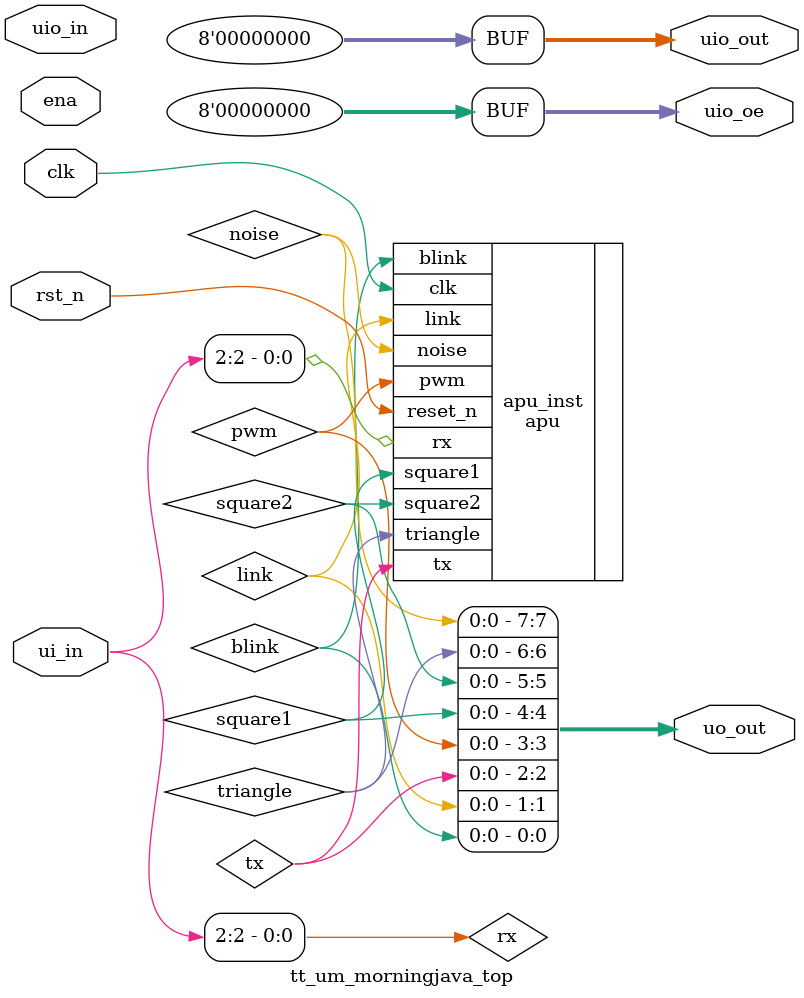
<source format=v>

`default_nettype none

module tt_um_morningjava_top (
  input  wire       clk,      // System clock, 1.789773 MHz clock (NTSC 3.579545/2)
  /* verilator lint_off UNUSEDSIGNAL */
  input  wire       rst_n,    // Active-low asynchronous reset
  input  wire       ena,      // (unused) Active-high design is selected
  input  wire [7:0] uio_in,   // (unused) Bidirectional input
  /* verilator lint_on UNUSEDSIGNAL */
  input  wire [7:0] ui_in,    // Dedicated inputs
  output wire [7:0] uo_out,   // Dedicated outputs
  output wire [7:0] uio_out,  // (unused) Bidirectional output
  output wire [7:0] uio_oe    // (unused) Bidirectional enable (active-high: 0=input, 1=output)
);

  wire blink;
  wire link;
  wire noise;
  wire square1;
  wire square2;
  wire pwm;
  wire triangle;
  wire tx;
  wire rx = ui_in[2];  // UART RX

  assign uo_out[0] = blink;     // 1 Hz blink
  assign uo_out[1] = link;      // RX activity status
  assign uo_out[2] = tx;        // UART TX, serial loop-back to host
  assign uo_out[3] = pwm;       // Merged PWM audio output
  assign uo_out[4] = square1;   // Square1 channel
  assign uo_out[5] = square2;   // Square2 channel
  assign uo_out[6] = triangle;  // Triangle channel
  assign uo_out[7] = noise;     // Noise channel
  assign uio_out = 0;
  assign uio_oe = 0;

  apu #(
    .CLKRATE(1_789_773),  // actual APU clock frequency
    .BAUDRATE(9600)       // serial baud rate
  ) apu_inst (
    .clk     (clk),
    .reset_n (rst_n),
    .rx      (rx),
    .blink   (blink),
    .link    (link),
    .noise   (noise),
    .square1 (square1),
    .square2 (square2),
    .pwm     (pwm),
    .triangle(triangle),
    .tx      (tx)
  );

endmodule

</source>
